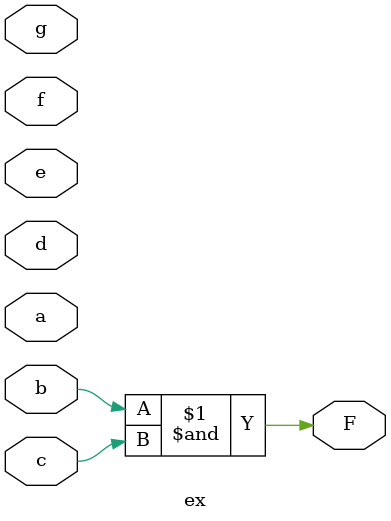
<source format=v>

module ex ( 
    a, b, c, d, e, f, g,
    F  );
  input  a, b, c, d, e, f, g;
  output F;
  assign F = b & c;
endmodule



</source>
